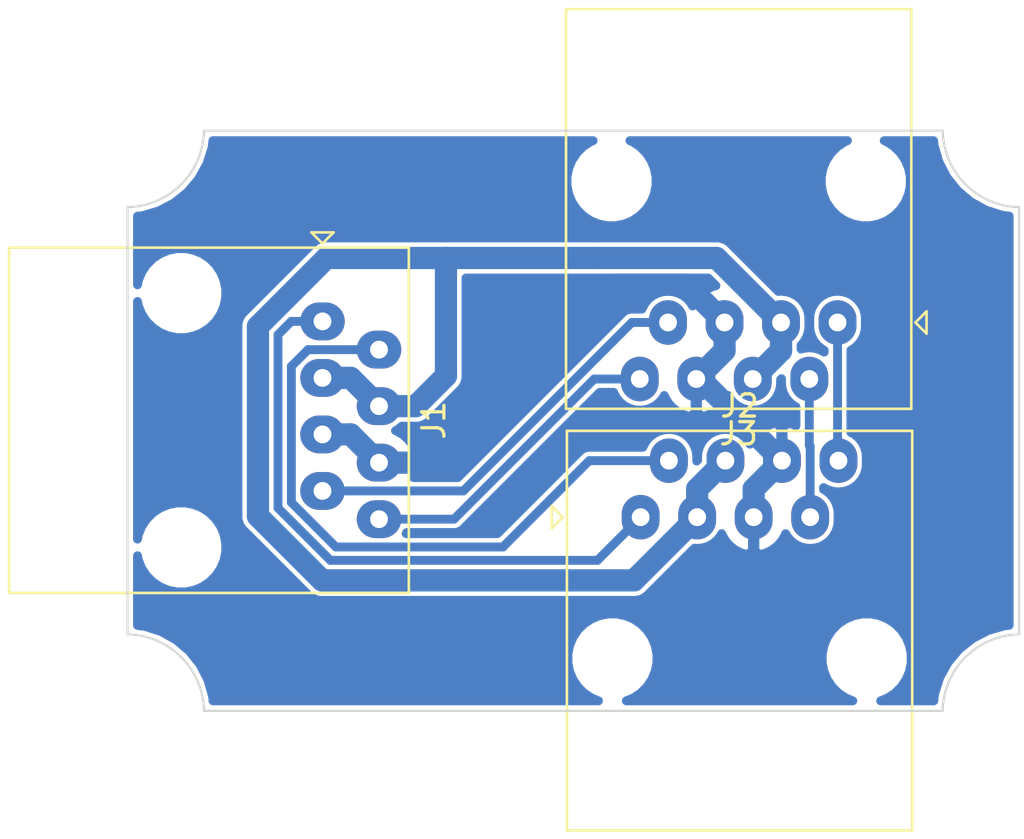
<source format=kicad_pcb>
(kicad_pcb (version 20171130) (host pcbnew 5.1.9)

  (general
    (thickness 1.6)
    (drawings 8)
    (tracks 54)
    (zones 0)
    (modules 3)
    (nets 9)
  )

  (page A4)
  (layers
    (0 F.Cu signal)
    (1 In1.Cu signal)
    (2 In2.Cu signal)
    (31 B.Cu signal)
    (32 B.Adhes user)
    (33 F.Adhes user)
    (34 B.Paste user)
    (35 F.Paste user)
    (36 B.SilkS user)
    (37 F.SilkS user)
    (38 B.Mask user)
    (39 F.Mask user)
    (40 Dwgs.User user)
    (41 Cmts.User user)
    (42 Eco1.User user)
    (43 Eco2.User user)
    (44 Edge.Cuts user)
    (45 Margin user)
    (46 B.CrtYd user)
    (47 F.CrtYd user)
    (48 B.Fab user)
    (49 F.Fab user)
  )

  (setup
    (last_trace_width 1)
    (user_trace_width 0.6)
    (user_trace_width 0.8)
    (user_trace_width 1)
    (user_trace_width 1.5)
    (user_trace_width 2)
    (trace_clearance 0.2)
    (zone_clearance 0.508)
    (zone_45_only no)
    (trace_min 0.4)
    (via_size 1.6)
    (via_drill 0.6)
    (via_min_size 1.6)
    (via_min_drill 0.6)
    (uvia_size 0.3)
    (uvia_drill 0.1)
    (uvias_allowed no)
    (uvia_min_size 0.2)
    (uvia_min_drill 0.1)
    (edge_width 0.05)
    (segment_width 0.2)
    (pcb_text_width 0.3)
    (pcb_text_size 1.5 1.5)
    (mod_edge_width 0.12)
    (mod_text_size 1 1)
    (mod_text_width 0.15)
    (pad_size 1.7 2)
    (pad_drill 0.8)
    (pad_to_mask_clearance 0)
    (aux_axis_origin 0 0)
    (visible_elements FFFFFF7F)
    (pcbplotparams
      (layerselection 0x010fc_ffffffff)
      (usegerberextensions false)
      (usegerberattributes true)
      (usegerberadvancedattributes true)
      (creategerberjobfile true)
      (excludeedgelayer true)
      (linewidth 0.100000)
      (plotframeref false)
      (viasonmask false)
      (mode 1)
      (useauxorigin false)
      (hpglpennumber 1)
      (hpglpenspeed 20)
      (hpglpendiameter 15.000000)
      (psnegative false)
      (psa4output false)
      (plotreference true)
      (plotvalue true)
      (plotinvisibletext false)
      (padsonsilk false)
      (subtractmaskfromsilk false)
      (outputformat 1)
      (mirror false)
      (drillshape 1)
      (scaleselection 1)
      (outputdirectory ""))
  )

  (net 0 "")
  (net 1 "Net-(J1-Pad1)")
  (net 2 "Net-(J1-Pad2)")
  (net 3 "Net-(J1-Pad7)")
  (net 4 "Net-(J1-Pad8)")
  (net 5 "Net-(J2-Pad7)")
  (net 6 "Net-(J2-Pad8)")
  (net 7 /+12V)
  (net 8 /GND)

  (net_class Default "This is the default net class."
    (clearance 0.2)
    (trace_width 0.4)
    (via_dia 1.6)
    (via_drill 0.6)
    (uvia_dia 0.3)
    (uvia_drill 0.1)
    (diff_pair_width 0.6)
    (diff_pair_gap 0.6)
    (add_net /+12V)
    (add_net /GND)
    (add_net "Net-(J1-Pad1)")
    (add_net "Net-(J1-Pad2)")
    (add_net "Net-(J1-Pad7)")
    (add_net "Net-(J1-Pad8)")
    (add_net "Net-(J2-Pad7)")
    (add_net "Net-(J2-Pad8)")
  )

  (module Connector_RJ:RJ45_Amphenol_54602-x08_Horizontal (layer F.Cu) (tedit 607C4704) (tstamp 607C4E20)
    (at 137.65 106.6 270)
    (descr "8 Pol Shallow Latch Connector, Modjack, RJ45 (https://cdn.amphenol-icc.com/media/wysiwyg/files/drawing/c-bmj-0102.pdf)")
    (tags RJ45)
    (path /607C9BAE)
    (fp_text reference J1 (at 4.445 -5 90) (layer F.SilkS)
      (effects (font (size 1 1) (thickness 0.15)))
    )
    (fp_text value RJ45 (at 4.445 4 90) (layer F.Fab)
      (effects (font (size 1 1) (thickness 0.15)))
    )
    (fp_line (start 12.6 14.47) (end -3.71 14.47) (layer F.CrtYd) (width 0.05))
    (fp_line (start 12.6 14.47) (end 12.6 -4.27) (layer F.CrtYd) (width 0.05))
    (fp_line (start -3.71 -4.27) (end -3.71 14.47) (layer F.CrtYd) (width 0.05))
    (fp_line (start -3.71 -4.27) (end 12.6 -4.27) (layer F.CrtYd) (width 0.05))
    (fp_line (start -3.315 -3.88) (end -3.315 14.08) (layer F.SilkS) (width 0.12))
    (fp_line (start 12.205 -3.88) (end -3.315 -3.88) (layer F.SilkS) (width 0.12))
    (fp_line (start 12.205 -3.88) (end 12.205 14.08) (layer F.SilkS) (width 0.12))
    (fp_line (start -3.315 14.08) (end 12.205 14.08) (layer F.SilkS) (width 0.12))
    (fp_line (start -3.205 -2.77) (end -2.205 -3.77) (layer F.Fab) (width 0.12))
    (fp_line (start -2.205 -3.77) (end 12.095 -3.77) (layer F.Fab) (width 0.12))
    (fp_line (start 12.095 -3.77) (end 12.095 13.97) (layer F.Fab) (width 0.12))
    (fp_line (start 12.095 13.97) (end -3.205 13.97) (layer F.Fab) (width 0.12))
    (fp_line (start -3.205 13.97) (end -3.205 -2.77) (layer F.Fab) (width 0.12))
    (fp_line (start -3.5 0) (end -4 -0.5) (layer F.SilkS) (width 0.12))
    (fp_line (start -4 -0.5) (end -4 0.5) (layer F.SilkS) (width 0.12))
    (fp_line (start -4 0.5) (end -3.5 0) (layer F.SilkS) (width 0.12))
    (fp_text user %R (at 4.445 2 90) (layer F.Fab)
      (effects (font (size 1 1) (thickness 0.15)))
    )
    (pad "" np_thru_hole circle (at 10.16 6.35 270) (size 3.2 3.2) (drill 3.2) (layers *.Cu *.Mask))
    (pad "" np_thru_hole circle (at -1.27 6.35 270) (size 3.2 3.2) (drill 3.2) (layers *.Cu *.Mask))
    (pad 1 thru_hole oval (at 0 0 270) (size 1.7 2) (drill 0.8) (layers *.Cu *.Mask)
      (net 1 "Net-(J1-Pad1)"))
    (pad 2 thru_hole oval (at 1.27 -2.54 270) (size 1.7 2) (drill 0.8) (layers *.Cu *.Mask)
      (net 2 "Net-(J1-Pad2)"))
    (pad 3 thru_hole oval (at 2.54 0 270) (size 1.7 2) (drill 0.8) (layers *.Cu *.Mask)
      (net 7 /+12V))
    (pad 4 thru_hole oval (at 3.81 -2.54 270) (size 1.7 2) (drill 0.8) (layers *.Cu *.Mask)
      (net 7 /+12V))
    (pad 5 thru_hole oval (at 5.08 0 270) (size 1.7 2) (drill 0.8) (layers *.Cu *.Mask)
      (net 8 /GND))
    (pad 6 thru_hole oval (at 6.35 -2.54 270) (size 1.7 2) (drill 0.8) (layers *.Cu *.Mask)
      (net 8 /GND))
    (pad 7 thru_hole oval (at 7.62 0 270) (size 1.7 2) (drill 0.8) (layers *.Cu *.Mask)
      (net 3 "Net-(J1-Pad7)"))
    (pad 8 thru_hole oval (at 8.89 -2.54 270) (size 1.7 2) (drill 0.8) (layers *.Cu *.Mask)
      (net 4 "Net-(J1-Pad8)"))
    (model ${KISYS3DMOD}/Connector_RJ.3dshapes/RJ45_Amphenol_54602-x08_Horizontal.wrl
      (at (xyz 0 0 0))
      (scale (xyz 1 1 1))
      (rotate (xyz 0 0 0))
    )
  )

  (module Connector_RJ:RJ45_Amphenol_54602-x08_Horizontal (layer F.Cu) (tedit 5B103613) (tstamp 607C44CA)
    (at 151.95 115.4)
    (descr "8 Pol Shallow Latch Connector, Modjack, RJ45 (https://cdn.amphenol-icc.com/media/wysiwyg/files/drawing/c-bmj-0102.pdf)")
    (tags RJ45)
    (path /607CBB1B)
    (fp_text reference J2 (at 4.445 -5) (layer F.SilkS)
      (effects (font (size 1 1) (thickness 0.15)))
    )
    (fp_text value RJ45 (at 4.445 4) (layer F.Fab)
      (effects (font (size 1 1) (thickness 0.15)))
    )
    (fp_line (start 12.6 14.47) (end -3.71 14.47) (layer F.CrtYd) (width 0.05))
    (fp_line (start 12.6 14.47) (end 12.6 -4.27) (layer F.CrtYd) (width 0.05))
    (fp_line (start -3.71 -4.27) (end -3.71 14.47) (layer F.CrtYd) (width 0.05))
    (fp_line (start -3.71 -4.27) (end 12.6 -4.27) (layer F.CrtYd) (width 0.05))
    (fp_line (start -3.315 -3.88) (end -3.315 14.08) (layer F.SilkS) (width 0.12))
    (fp_line (start 12.205 -3.88) (end -3.315 -3.88) (layer F.SilkS) (width 0.12))
    (fp_line (start 12.205 -3.88) (end 12.205 14.08) (layer F.SilkS) (width 0.12))
    (fp_line (start -3.315 14.08) (end 12.205 14.08) (layer F.SilkS) (width 0.12))
    (fp_line (start -3.205 -2.77) (end -2.205 -3.77) (layer F.Fab) (width 0.12))
    (fp_line (start -2.205 -3.77) (end 12.095 -3.77) (layer F.Fab) (width 0.12))
    (fp_line (start 12.095 -3.77) (end 12.095 13.97) (layer F.Fab) (width 0.12))
    (fp_line (start 12.095 13.97) (end -3.205 13.97) (layer F.Fab) (width 0.12))
    (fp_line (start -3.205 13.97) (end -3.205 -2.77) (layer F.Fab) (width 0.12))
    (fp_line (start -3.5 0) (end -4 -0.5) (layer F.SilkS) (width 0.12))
    (fp_line (start -4 -0.5) (end -4 0.5) (layer F.SilkS) (width 0.12))
    (fp_line (start -4 0.5) (end -3.5 0) (layer F.SilkS) (width 0.12))
    (fp_text user %R (at 4.445 2) (layer F.Fab)
      (effects (font (size 1 1) (thickness 0.15)))
    )
    (pad "" np_thru_hole circle (at 10.16 6.35) (size 3.2 3.2) (drill 3.2) (layers *.Cu *.Mask))
    (pad "" np_thru_hole circle (at -1.27 6.35) (size 3.2 3.2) (drill 3.2) (layers *.Cu *.Mask))
    (pad 1 thru_hole oval (at 0 0) (size 1.7 2) (drill 0.8) (layers *.Cu *.Mask)
      (net 1 "Net-(J1-Pad1)"))
    (pad 2 thru_hole oval (at 1.27 -2.54) (size 1.7 2) (drill 0.8) (layers *.Cu *.Mask)
      (net 2 "Net-(J1-Pad2)"))
    (pad 3 thru_hole oval (at 2.54 0) (size 1.7 2) (drill 0.8) (layers *.Cu *.Mask)
      (net 7 /+12V))
    (pad 4 thru_hole oval (at 3.81 -2.54) (size 1.7 2) (drill 0.8) (layers *.Cu *.Mask)
      (net 7 /+12V))
    (pad 5 thru_hole oval (at 5.08 0) (size 1.7 2) (drill 0.8) (layers *.Cu *.Mask)
      (net 8 /GND))
    (pad 6 thru_hole oval (at 6.35 -2.54) (size 1.7 2) (drill 0.8) (layers *.Cu *.Mask)
      (net 8 /GND))
    (pad 7 thru_hole oval (at 7.62 0) (size 1.7 2) (drill 0.8) (layers *.Cu *.Mask)
      (net 5 "Net-(J2-Pad7)"))
    (pad 8 thru_hole oval (at 8.89 -2.54) (size 1.7 2) (drill 0.8) (layers *.Cu *.Mask)
      (net 6 "Net-(J2-Pad8)"))
    (model ${KISYS3DMOD}/Connector_RJ.3dshapes/RJ45_Amphenol_54602-x08_Horizontal.wrl
      (at (xyz 0 0 0))
      (scale (xyz 1 1 1))
      (rotate (xyz 0 0 0))
    )
  )

  (module Connector_RJ:RJ45_Amphenol_54602-x08_Horizontal (layer F.Cu) (tedit 5B103613) (tstamp 607C2FEF)
    (at 160.8 106.65 180)
    (descr "8 Pol Shallow Latch Connector, Modjack, RJ45 (https://cdn.amphenol-icc.com/media/wysiwyg/files/drawing/c-bmj-0102.pdf)")
    (tags RJ45)
    (path /607C9BB5)
    (fp_text reference J3 (at 4.445 -5) (layer F.SilkS)
      (effects (font (size 1 1) (thickness 0.15)))
    )
    (fp_text value RJ45 (at 4.445 4) (layer F.Fab)
      (effects (font (size 1 1) (thickness 0.15)))
    )
    (fp_text user %R (at 4.445 2) (layer F.Fab)
      (effects (font (size 1 1) (thickness 0.15)))
    )
    (fp_line (start -4 0.5) (end -3.5 0) (layer F.SilkS) (width 0.12))
    (fp_line (start -4 -0.5) (end -4 0.5) (layer F.SilkS) (width 0.12))
    (fp_line (start -3.5 0) (end -4 -0.5) (layer F.SilkS) (width 0.12))
    (fp_line (start -3.205 13.97) (end -3.205 -2.77) (layer F.Fab) (width 0.12))
    (fp_line (start 12.095 13.97) (end -3.205 13.97) (layer F.Fab) (width 0.12))
    (fp_line (start 12.095 -3.77) (end 12.095 13.97) (layer F.Fab) (width 0.12))
    (fp_line (start -2.205 -3.77) (end 12.095 -3.77) (layer F.Fab) (width 0.12))
    (fp_line (start -3.205 -2.77) (end -2.205 -3.77) (layer F.Fab) (width 0.12))
    (fp_line (start -3.315 14.08) (end 12.205 14.08) (layer F.SilkS) (width 0.12))
    (fp_line (start 12.205 -3.88) (end 12.205 14.08) (layer F.SilkS) (width 0.12))
    (fp_line (start 12.205 -3.88) (end -3.315 -3.88) (layer F.SilkS) (width 0.12))
    (fp_line (start -3.315 -3.88) (end -3.315 14.08) (layer F.SilkS) (width 0.12))
    (fp_line (start -3.71 -4.27) (end 12.6 -4.27) (layer F.CrtYd) (width 0.05))
    (fp_line (start -3.71 -4.27) (end -3.71 14.47) (layer F.CrtYd) (width 0.05))
    (fp_line (start 12.6 14.47) (end 12.6 -4.27) (layer F.CrtYd) (width 0.05))
    (fp_line (start 12.6 14.47) (end -3.71 14.47) (layer F.CrtYd) (width 0.05))
    (pad 8 thru_hole oval (at 8.89 -2.54 180) (size 1.7 2) (drill 0.8) (layers *.Cu *.Mask)
      (net 4 "Net-(J1-Pad8)"))
    (pad 7 thru_hole oval (at 7.62 0 180) (size 1.7 2) (drill 0.8) (layers *.Cu *.Mask)
      (net 3 "Net-(J1-Pad7)"))
    (pad 6 thru_hole oval (at 6.35 -2.54 180) (size 1.7 2) (drill 0.8) (layers *.Cu *.Mask)
      (net 8 /GND))
    (pad 5 thru_hole oval (at 5.08 0 180) (size 1.7 2) (drill 0.8) (layers *.Cu *.Mask)
      (net 8 /GND))
    (pad 4 thru_hole oval (at 3.81 -2.54 180) (size 1.7 2) (drill 0.8) (layers *.Cu *.Mask)
      (net 7 /+12V))
    (pad 3 thru_hole oval (at 2.54 0 180) (size 1.7 2) (drill 0.8) (layers *.Cu *.Mask)
      (net 7 /+12V))
    (pad 2 thru_hole oval (at 1.27 -2.54 180) (size 1.7 2) (drill 0.8) (layers *.Cu *.Mask)
      (net 5 "Net-(J2-Pad7)"))
    (pad 1 thru_hole oval (at 0 0 180) (size 1.7 2) (drill 0.8) (layers *.Cu *.Mask)
      (net 6 "Net-(J2-Pad8)"))
    (pad "" np_thru_hole circle (at -1.27 6.35 180) (size 3.2 3.2) (drill 3.2) (layers *.Cu *.Mask))
    (pad "" np_thru_hole circle (at 10.16 6.35 180) (size 3.2 3.2) (drill 3.2) (layers *.Cu *.Mask))
    (model ${KISYS3DMOD}/Connector_RJ.3dshapes/RJ45_Amphenol_54602-x08_Horizontal.wrl
      (at (xyz 0 0 0))
      (scale (xyz 1 1 1))
      (rotate (xyz 0 0 0))
    )
  )

  (gr_arc (start 169.024046 124.16647) (end 168.963092 120.667) (angle -88.00426351) (layer Edge.Cuts) (width 0.1))
  (gr_arc (start 169.024046 97.966471) (end 165.524576 98.027424) (angle -88.00426351) (layer Edge.Cuts) (width 0.1))
  (gr_arc (start 128.824046 97.966471) (end 128.885 101.46594) (angle -88.00426351) (layer Edge.Cuts) (width 0.1))
  (gr_arc (start 128.824046 124.16647) (end 132.323516 124.105516) (angle -88.00426351) (layer Edge.Cuts) (width 0.1))
  (gr_line (start 168.963092 101.46594) (end 168.963092 120.667) (layer Edge.Cuts) (width 0.1))
  (gr_line (start 132.323516 98.027424) (end 165.524576 98.027424) (layer Edge.Cuts) (width 0.1))
  (gr_line (start 165.524576 124.105516) (end 132.323516 124.105516) (layer Edge.Cuts) (width 0.1))
  (gr_line (start 128.885 120.667) (end 128.885 101.46594) (layer Edge.Cuts) (width 0.1))

  (segment (start 150.00998 117.34002) (end 151.95 115.4) (width 0.4) (layer B.Cu) (net 1))
  (segment (start 138.003697 117.34002) (end 150.00998 117.34002) (width 0.4) (layer B.Cu) (net 1))
  (segment (start 135.649981 114.986304) (end 138.003697 117.34002) (width 0.4) (layer B.Cu) (net 1))
  (segment (start 135.64998 107.20002) (end 135.649981 114.986304) (width 0.4) (layer B.Cu) (net 1))
  (segment (start 136.25 106.6) (end 135.64998 107.20002) (width 0.4) (layer B.Cu) (net 1))
  (segment (start 137.65 106.6) (end 136.25 106.6) (width 0.4) (layer B.Cu) (net 1))
  (segment (start 138.252229 116.74001) (end 145.75999 116.74001) (width 0.4) (layer B.Cu) (net 2))
  (segment (start 136.24999 114.737771) (end 138.252229 116.74001) (width 0.4) (layer B.Cu) (net 2))
  (segment (start 136.24999 108.622229) (end 136.24999 114.737771) (width 0.4) (layer B.Cu) (net 2))
  (segment (start 140.19 107.87) (end 137.002219 107.87) (width 0.4) (layer B.Cu) (net 2))
  (segment (start 137.002219 107.87) (end 136.24999 108.622229) (width 0.4) (layer B.Cu) (net 2))
  (segment (start 149.64 112.86) (end 153.22 112.86) (width 0.4) (layer B.Cu) (net 2))
  (segment (start 145.75999 116.74001) (end 149.64 112.86) (width 0.4) (layer B.Cu) (net 2))
  (segment (start 138.92 109.14) (end 140.19 110.41) (width 1) (layer B.Cu) (net 7))
  (segment (start 137.65 109.14) (end 138.92 109.14) (width 1) (layer B.Cu) (net 7))
  (segment (start 158.26 107.92) (end 156.99 109.19) (width 1) (layer B.Cu) (net 7))
  (segment (start 158.26 106.65) (end 158.26 107.92) (width 1) (layer B.Cu) (net 7))
  (segment (start 154.49 114.13) (end 155.76 112.86) (width 1) (layer B.Cu) (net 7))
  (segment (start 154.49 115.4) (end 154.49 114.13) (width 1) (layer B.Cu) (net 7))
  (segment (start 155.35998 103.74998) (end 149.90002 103.74998) (width 1) (layer B.Cu) (net 7))
  (segment (start 158.26 106.65) (end 155.35998 103.74998) (width 1) (layer B.Cu) (net 7))
  (segment (start 138.92 111.68) (end 140.19 112.95) (width 1) (layer B.Cu) (net 8))
  (segment (start 137.65 111.68) (end 138.92 111.68) (width 1) (layer B.Cu) (net 8))
  (segment (start 155.72 107.92) (end 154.45 109.19) (width 1) (layer B.Cu) (net 8))
  (segment (start 155.72 106.65) (end 155.72 107.92) (width 1) (layer B.Cu) (net 8))
  (segment (start 157.03 114.13) (end 158.3 112.86) (width 1) (layer B.Cu) (net 8))
  (segment (start 157.03 115.4) (end 157.03 114.13) (width 1) (layer B.Cu) (net 8))
  (segment (start 154.01999 104.94999) (end 150.80001 104.94999) (width 1) (layer B.Cu) (net 8))
  (segment (start 155.72 106.65) (end 154.01999 104.94999) (width 1) (layer B.Cu) (net 8))
  (segment (start 142.8 112.95) (end 140.19 112.95) (width 1) (layer B.Cu) (net 8))
  (segment (start 150.80001 104.94999) (end 142.8 112.95) (width 1) (layer B.Cu) (net 8))
  (segment (start 154.63 109.19) (end 158.3 112.86) (width 1) (layer B.Cu) (net 8))
  (segment (start 154.45 109.19) (end 154.63 109.19) (width 1) (layer B.Cu) (net 8))
  (segment (start 143.981458 114.22) (end 137.65 114.22) (width 0.4) (layer B.Cu) (net 3))
  (segment (start 151.551458 106.65) (end 143.981458 114.22) (width 0.4) (layer B.Cu) (net 3))
  (segment (start 153.18 106.65) (end 151.551458 106.65) (width 0.4) (layer B.Cu) (net 3))
  (segment (start 151.91 109.19) (end 149.86 109.19) (width 0.4) (layer B.Cu) (net 4))
  (segment (start 143.56 115.49) (end 140.19 115.49) (width 0.4) (layer B.Cu) (net 4))
  (segment (start 149.86 109.19) (end 143.56 115.49) (width 0.4) (layer B.Cu) (net 4))
  (segment (start 159.57 112.212219) (end 159.57 115.4) (width 0.4) (layer B.Cu) (net 5))
  (segment (start 159.53 112.172219) (end 159.57 112.212219) (width 0.4) (layer B.Cu) (net 5))
  (segment (start 159.53 109.19) (end 159.53 112.172219) (width 0.4) (layer B.Cu) (net 5))
  (segment (start 160.8 112.82) (end 160.84 112.86) (width 0.4) (layer B.Cu) (net 6))
  (segment (start 160.8 106.65) (end 160.8 112.82) (width 0.4) (layer B.Cu) (net 6))
  (segment (start 154.49 115.4) (end 151.64997 118.24003) (width 1) (layer B.Cu) (net 7))
  (segment (start 134.749971 106.827223) (end 137.827214 103.74998) (width 1) (layer B.Cu) (net 7))
  (segment (start 134.749972 115.359099) (end 134.749971 106.827223) (width 1) (layer B.Cu) (net 7))
  (segment (start 137.6309 118.240029) (end 134.749972 115.359099) (width 1) (layer B.Cu) (net 7))
  (segment (start 151.64997 118.24003) (end 137.6309 118.240029) (width 1) (layer B.Cu) (net 7))
  (segment (start 140.19 110.41) (end 141.84 110.41) (width 1) (layer B.Cu) (net 7))
  (segment (start 143.19998 109.05002) (end 143.19998 103.74998) (width 1) (layer B.Cu) (net 7))
  (segment (start 141.84 110.41) (end 143.19998 109.05002) (width 1) (layer B.Cu) (net 7))
  (segment (start 137.827214 103.74998) (end 143.19998 103.74998) (width 1) (layer B.Cu) (net 7))
  (segment (start 143.19998 103.74998) (end 149.90002 103.74998) (width 1) (layer B.Cu) (net 7))

  (zone (net 8) (net_name /GND) (layer B.Cu) (tstamp 0) (hatch edge 0.508)
    (connect_pads (clearance 0.2))
    (min_thickness 0.4)
    (fill yes (arc_segments 32) (thermal_gap 0.508) (thermal_bridge_width 0.508))
    (polygon
      (pts
        (xy 169.2 97.9) (xy 169.2 124.5) (xy 128.8 124.5) (xy 128.8 97.8)
      )
    )
    (filled_polygon
      (pts
        (xy 149.692645 98.527623) (xy 149.365074 98.746499) (xy 149.086499 99.025074) (xy 148.867623 99.352645) (xy 148.716859 99.716622)
        (xy 148.64 100.103017) (xy 148.64 100.496983) (xy 148.716859 100.883378) (xy 148.867623 101.247355) (xy 149.086499 101.574926)
        (xy 149.365074 101.853501) (xy 149.692645 102.072377) (xy 150.056622 102.223141) (xy 150.443017 102.3) (xy 150.836983 102.3)
        (xy 151.223378 102.223141) (xy 151.587355 102.072377) (xy 151.914926 101.853501) (xy 152.193501 101.574926) (xy 152.412377 101.247355)
        (xy 152.563141 100.883378) (xy 152.64 100.496983) (xy 152.64 100.103017) (xy 152.563141 99.716622) (xy 152.412377 99.352645)
        (xy 152.193501 99.025074) (xy 151.914926 98.746499) (xy 151.587355 98.527623) (xy 151.466164 98.477424) (xy 161.243836 98.477424)
        (xy 161.122645 98.527623) (xy 160.795074 98.746499) (xy 160.516499 99.025074) (xy 160.297623 99.352645) (xy 160.146859 99.716622)
        (xy 160.07 100.103017) (xy 160.07 100.496983) (xy 160.146859 100.883378) (xy 160.297623 101.247355) (xy 160.516499 101.574926)
        (xy 160.795074 101.853501) (xy 161.122645 102.072377) (xy 161.486622 102.223141) (xy 161.873017 102.3) (xy 162.266983 102.3)
        (xy 162.653378 102.223141) (xy 163.017355 102.072377) (xy 163.344926 101.853501) (xy 163.623501 101.574926) (xy 163.842377 101.247355)
        (xy 163.993141 100.883378) (xy 164.07 100.496983) (xy 164.07 100.103017) (xy 163.993141 99.716622) (xy 163.842377 99.352645)
        (xy 163.623501 99.025074) (xy 163.344926 98.746499) (xy 163.017355 98.527623) (xy 162.896164 98.477424) (xy 165.11797 98.477424)
        (xy 165.136099 98.655904) (xy 165.143545 98.692833) (xy 165.149957 98.729945) (xy 165.151668 98.735991) (xy 165.342266 99.391942)
        (xy 165.357405 99.429788) (xy 165.372031 99.467887) (xy 165.374884 99.473485) (xy 165.68926 100.079922) (xy 165.71151 100.114182)
        (xy 165.73321 100.148638) (xy 165.737095 100.153576) (xy 166.163275 100.687402) (xy 166.191749 100.71668) (xy 166.219735 100.746273)
        (xy 166.2245 100.750357) (xy 166.224505 100.750362) (xy 166.22451 100.750366) (xy 166.746257 101.191242) (xy 166.779827 101.214398)
        (xy 166.813076 101.238026) (xy 166.81855 101.24111) (xy 167.415999 101.572252) (xy 167.453417 101.588442) (xy 167.490632 101.605166)
        (xy 167.496601 101.607128) (xy 168.146991 101.815919) (xy 168.186901 101.824546) (xy 168.226596 101.833709) (xy 168.232832 101.834475)
        (xy 168.513092 101.866892) (xy 168.513093 120.260394) (xy 168.334611 120.278524) (xy 168.297679 120.285971) (xy 168.260571 120.292382)
        (xy 168.254525 120.294092) (xy 167.598574 120.484691) (xy 167.560728 120.49983) (xy 167.522629 120.514456) (xy 167.517031 120.517309)
        (xy 166.910594 120.831685) (xy 166.876334 120.853935) (xy 166.841878 120.875635) (xy 166.83694 120.87952) (xy 166.303114 121.3057)
        (xy 166.273836 121.334174) (xy 166.244243 121.36216) (xy 166.240159 121.366925) (xy 166.240154 121.36693) (xy 166.24015 121.366935)
        (xy 165.799274 121.888682) (xy 165.776094 121.922286) (xy 165.75249 121.955502) (xy 165.749409 121.960971) (xy 165.749406 121.960975)
        (xy 165.749406 121.960976) (xy 165.418265 122.558424) (xy 165.402068 122.595857) (xy 165.385351 122.633057) (xy 165.383389 122.639026)
        (xy 165.174599 123.289415) (xy 165.165977 123.329298) (xy 165.156808 123.369021) (xy 165.156042 123.375257) (xy 165.123626 123.655516)
        (xy 162.735929 123.655516) (xy 163.057355 123.522377) (xy 163.384926 123.303501) (xy 163.663501 123.024926) (xy 163.882377 122.697355)
        (xy 164.033141 122.333378) (xy 164.11 121.946983) (xy 164.11 121.553017) (xy 164.033141 121.166622) (xy 163.882377 120.802645)
        (xy 163.663501 120.475074) (xy 163.384926 120.196499) (xy 163.057355 119.977623) (xy 162.693378 119.826859) (xy 162.306983 119.75)
        (xy 161.913017 119.75) (xy 161.526622 119.826859) (xy 161.162645 119.977623) (xy 160.835074 120.196499) (xy 160.556499 120.475074)
        (xy 160.337623 120.802645) (xy 160.186859 121.166622) (xy 160.11 121.553017) (xy 160.11 121.946983) (xy 160.186859 122.333378)
        (xy 160.337623 122.697355) (xy 160.556499 123.024926) (xy 160.835074 123.303501) (xy 161.162645 123.522377) (xy 161.484071 123.655516)
        (xy 151.305929 123.655516) (xy 151.627355 123.522377) (xy 151.954926 123.303501) (xy 152.233501 123.024926) (xy 152.452377 122.697355)
        (xy 152.603141 122.333378) (xy 152.68 121.946983) (xy 152.68 121.553017) (xy 152.603141 121.166622) (xy 152.452377 120.802645)
        (xy 152.233501 120.475074) (xy 151.954926 120.196499) (xy 151.627355 119.977623) (xy 151.263378 119.826859) (xy 150.876983 119.75)
        (xy 150.483017 119.75) (xy 150.096622 119.826859) (xy 149.732645 119.977623) (xy 149.405074 120.196499) (xy 149.126499 120.475074)
        (xy 148.907623 120.802645) (xy 148.756859 121.166622) (xy 148.68 121.553017) (xy 148.68 121.946983) (xy 148.756859 122.333378)
        (xy 148.907623 122.697355) (xy 149.126499 123.024926) (xy 149.405074 123.303501) (xy 149.732645 123.522377) (xy 150.054071 123.655516)
        (xy 132.730122 123.655516) (xy 132.711992 123.477035) (xy 132.704545 123.440103) (xy 132.698134 123.402995) (xy 132.696424 123.396949)
        (xy 132.505825 122.740998) (xy 132.490686 122.703152) (xy 132.47606 122.665053) (xy 132.473207 122.659455) (xy 132.158831 122.053018)
        (xy 132.136581 122.018758) (xy 132.114881 121.984302) (xy 132.110996 121.979364) (xy 131.684816 121.445538) (xy 131.656342 121.41626)
        (xy 131.628356 121.386667) (xy 131.623591 121.382583) (xy 131.623586 121.382578) (xy 131.623581 121.382574) (xy 131.101834 120.941698)
        (xy 131.06823 120.918518) (xy 131.035014 120.894914) (xy 131.029545 120.891833) (xy 131.029541 120.89183) (xy 131.029536 120.891828)
        (xy 130.432092 120.560689) (xy 130.394659 120.544492) (xy 130.357459 120.527775) (xy 130.35149 120.525813) (xy 129.701101 120.317023)
        (xy 129.661218 120.308401) (xy 129.621495 120.299232) (xy 129.615259 120.298466) (xy 129.335 120.26605) (xy 129.335 117.132939)
        (xy 129.376859 117.343378) (xy 129.527623 117.707355) (xy 129.746499 118.034926) (xy 130.025074 118.313501) (xy 130.352645 118.532377)
        (xy 130.716622 118.683141) (xy 131.103017 118.76) (xy 131.496983 118.76) (xy 131.883378 118.683141) (xy 132.247355 118.532377)
        (xy 132.574926 118.313501) (xy 132.853501 118.034926) (xy 133.072377 117.707355) (xy 133.223141 117.343378) (xy 133.3 116.956983)
        (xy 133.3 116.563017) (xy 133.223141 116.176622) (xy 133.072377 115.812645) (xy 132.853501 115.485074) (xy 132.574926 115.206499)
        (xy 132.247355 114.987623) (xy 131.883378 114.836859) (xy 131.496983 114.76) (xy 131.103017 114.76) (xy 130.716622 114.836859)
        (xy 130.352645 114.987623) (xy 130.025074 115.206499) (xy 129.746499 115.485074) (xy 129.527623 115.812645) (xy 129.376859 116.176622)
        (xy 129.335 116.387061) (xy 129.335 105.702939) (xy 129.376859 105.913378) (xy 129.527623 106.277355) (xy 129.746499 106.604926)
        (xy 130.025074 106.883501) (xy 130.352645 107.102377) (xy 130.716622 107.253141) (xy 131.103017 107.33) (xy 131.496983 107.33)
        (xy 131.883378 107.253141) (xy 132.247355 107.102377) (xy 132.574926 106.883501) (xy 132.631204 106.827223) (xy 133.845617 106.827223)
        (xy 133.849971 106.87143) (xy 133.849973 115.314882) (xy 133.845618 115.359099) (xy 133.862995 115.535529) (xy 133.914459 115.70518)
        (xy 133.979208 115.826317) (xy 133.99803 115.861531) (xy 134.110498 115.998574) (xy 134.144838 116.026756) (xy 136.963252 118.845173)
        (xy 136.991425 118.879503) (xy 137.025754 118.907676) (xy 137.025762 118.907684) (xy 137.128467 118.991971) (xy 137.284818 119.075542)
        (xy 137.454468 119.127006) (xy 137.630899 119.144383) (xy 137.675116 119.140028) (xy 151.605763 119.14003) (xy 151.64997 119.144384)
        (xy 151.694176 119.14003) (xy 151.694197 119.140028) (xy 151.8264 119.127007) (xy 151.826407 119.127005) (xy 151.99605 119.075544)
        (xy 152.152401 118.991973) (xy 152.152403 118.991971) (xy 152.255107 118.907685) (xy 152.255109 118.907683) (xy 152.289444 118.879505)
        (xy 152.317622 118.84517) (xy 154.368692 116.7941) (xy 154.49 116.806048) (xy 154.735043 116.781913) (xy 154.970669 116.710437)
        (xy 155.187823 116.594366) (xy 155.37816 116.43816) (xy 155.534366 116.247822) (xy 155.592056 116.139892) (xy 155.61126 116.19611)
        (xy 155.76457 116.460478) (xy 155.96651 116.689857) (xy 156.20932 116.875432) (xy 156.483668 117.010071) (xy 156.733086 117.079446)
        (xy 156.976 116.929944) (xy 156.976 115.454) (xy 156.956 115.454) (xy 156.956 115.346) (xy 156.976 115.346)
        (xy 156.976 115.326) (xy 157.084 115.326) (xy 157.084 115.346) (xy 157.104 115.346) (xy 157.104 115.454)
        (xy 157.084 115.454) (xy 157.084 116.929944) (xy 157.326914 117.079446) (xy 157.576332 117.010071) (xy 157.85068 116.875432)
        (xy 158.09349 116.689857) (xy 158.29543 116.460478) (xy 158.44874 116.19611) (xy 158.467944 116.139892) (xy 158.525635 116.247823)
        (xy 158.681841 116.43816) (xy 158.872178 116.594366) (xy 159.089332 116.710437) (xy 159.324958 116.781913) (xy 159.57 116.806048)
        (xy 159.815043 116.781913) (xy 160.050669 116.710437) (xy 160.267823 116.594366) (xy 160.45816 116.43816) (xy 160.614366 116.247822)
        (xy 160.730437 116.030668) (xy 160.801913 115.795042) (xy 160.82 115.611404) (xy 160.82 115.188595) (xy 160.801913 115.004957)
        (xy 160.730437 114.769331) (xy 160.614366 114.552177) (xy 160.45816 114.36184) (xy 160.267822 114.205634) (xy 160.17 114.153347)
        (xy 160.17 114.069237) (xy 160.359332 114.170437) (xy 160.594958 114.241913) (xy 160.84 114.266048) (xy 161.085043 114.241913)
        (xy 161.320669 114.170437) (xy 161.537823 114.054366) (xy 161.72816 113.89816) (xy 161.884366 113.707822) (xy 162.000437 113.490668)
        (xy 162.071913 113.255042) (xy 162.09 113.071404) (xy 162.09 112.648595) (xy 162.071913 112.464957) (xy 162.000437 112.229331)
        (xy 161.884366 112.012177) (xy 161.72816 111.82184) (xy 161.537822 111.665634) (xy 161.4 111.591967) (xy 161.4 107.896653)
        (xy 161.497822 107.844366) (xy 161.68816 107.68816) (xy 161.844366 107.497823) (xy 161.960437 107.280669) (xy 162.031913 107.045043)
        (xy 162.05 106.861405) (xy 162.05 106.438596) (xy 162.031913 106.254958) (xy 161.960437 106.019332) (xy 161.844366 105.802178)
        (xy 161.68816 105.61184) (xy 161.497823 105.455634) (xy 161.280669 105.339563) (xy 161.045043 105.268087) (xy 160.8 105.243952)
        (xy 160.554958 105.268087) (xy 160.319332 105.339563) (xy 160.102178 105.455634) (xy 159.911841 105.61184) (xy 159.755635 105.802177)
        (xy 159.639563 106.019331) (xy 159.568087 106.254957) (xy 159.55 106.438595) (xy 159.55 106.861404) (xy 159.568087 107.045042)
        (xy 159.639563 107.280668) (xy 159.755634 107.497822) (xy 159.91184 107.68816) (xy 160.102177 107.844366) (xy 160.2 107.896653)
        (xy 160.2 107.980762) (xy 160.010669 107.879563) (xy 159.775043 107.808087) (xy 159.53 107.783952) (xy 159.284958 107.808087)
        (xy 159.16 107.845992) (xy 159.16 107.673733) (xy 159.304366 107.497823) (xy 159.420437 107.280669) (xy 159.491913 107.045043)
        (xy 159.51 106.861405) (xy 159.51 106.438596) (xy 159.491913 106.254958) (xy 159.420437 106.019332) (xy 159.304366 105.802178)
        (xy 159.14816 105.61184) (xy 158.957823 105.455634) (xy 158.740669 105.339563) (xy 158.505043 105.268087) (xy 158.26 105.243952)
        (xy 158.138692 105.2559) (xy 156.027637 103.144845) (xy 155.999455 103.110505) (xy 155.862412 102.998037) (xy 155.706061 102.914466)
        (xy 155.536411 102.863003) (xy 155.404187 102.84998) (xy 155.404186 102.84998) (xy 155.35998 102.845626) (xy 155.315774 102.84998)
        (xy 143.244187 102.84998) (xy 143.19998 102.845626) (xy 143.155774 102.84998) (xy 137.871421 102.84998) (xy 137.827214 102.845626)
        (xy 137.783007 102.84998) (xy 137.650783 102.863003) (xy 137.481133 102.914466) (xy 137.324782 102.998037) (xy 137.187739 103.110505)
        (xy 137.159557 103.144845) (xy 134.144831 106.159571) (xy 134.110496 106.187749) (xy 134.082318 106.222084) (xy 134.082316 106.222086)
        (xy 134.05534 106.254957) (xy 133.998028 106.324792) (xy 133.914457 106.481143) (xy 133.872175 106.620527) (xy 133.862994 106.650793)
        (xy 133.845617 106.827223) (xy 132.631204 106.827223) (xy 132.853501 106.604926) (xy 133.072377 106.277355) (xy 133.223141 105.913378)
        (xy 133.3 105.526983) (xy 133.3 105.133017) (xy 133.223141 104.746622) (xy 133.072377 104.382645) (xy 132.853501 104.055074)
        (xy 132.574926 103.776499) (xy 132.247355 103.557623) (xy 131.883378 103.406859) (xy 131.496983 103.33) (xy 131.103017 103.33)
        (xy 130.716622 103.406859) (xy 130.352645 103.557623) (xy 130.025074 103.776499) (xy 129.746499 104.055074) (xy 129.527623 104.382645)
        (xy 129.376859 104.746622) (xy 129.335 104.957061) (xy 129.335 101.872546) (xy 129.513481 101.854416) (xy 129.550409 101.84697)
        (xy 129.587522 101.840558) (xy 129.593567 101.838847) (xy 130.249518 101.648249) (xy 130.2874 101.633095) (xy 130.325461 101.618484)
        (xy 130.33106 101.615631) (xy 130.937498 101.301255) (xy 130.971726 101.279025) (xy 131.006215 101.257305) (xy 131.011152 101.25342)
        (xy 131.544977 100.82724) (xy 131.574238 100.798783) (xy 131.603848 100.77078) (xy 131.607937 100.766009) (xy 132.048817 100.244259)
        (xy 132.071997 100.210655) (xy 132.095601 100.177439) (xy 132.098682 100.17197) (xy 132.098685 100.171966) (xy 132.098687 100.171961)
        (xy 132.429826 99.574517) (xy 132.446016 99.537099) (xy 132.46274 99.499884) (xy 132.464702 99.493915) (xy 132.673493 98.843525)
        (xy 132.68212 98.803615) (xy 132.691283 98.76392) (xy 132.692049 98.757684) (xy 132.724466 98.477424) (xy 149.813836 98.477424)
      )
    )
    (filled_polygon
      (pts
        (xy 154.504 109.136) (xy 154.524 109.136) (xy 154.524 109.244) (xy 154.504 109.244) (xy 154.504 110.719944)
        (xy 154.746914 110.869446) (xy 154.996332 110.800071) (xy 155.27068 110.665432) (xy 155.51349 110.479857) (xy 155.71543 110.250478)
        (xy 155.86874 109.98611) (xy 155.887944 109.929892) (xy 155.945634 110.037822) (xy 156.10184 110.22816) (xy 156.292177 110.384366)
        (xy 156.509331 110.500437) (xy 156.744957 110.571913) (xy 156.99 110.596048) (xy 157.235042 110.571913) (xy 157.470668 110.500437)
        (xy 157.687822 110.384366) (xy 157.87816 110.22816) (xy 158.034366 110.037823) (xy 158.150437 109.820669) (xy 158.221913 109.585043)
        (xy 158.24 109.401405) (xy 158.24 109.212792) (xy 158.28 109.172793) (xy 158.28 109.401404) (xy 158.298087 109.585042)
        (xy 158.369563 109.820668) (xy 158.485634 110.037822) (xy 158.64184 110.22816) (xy 158.832177 110.384366) (xy 158.93 110.436654)
        (xy 158.930001 111.29099) (xy 158.846332 111.249929) (xy 158.596914 111.180554) (xy 158.354 111.330056) (xy 158.354 112.806)
        (xy 158.374 112.806) (xy 158.374 112.914) (xy 158.354 112.914) (xy 158.354 112.934) (xy 158.246 112.934)
        (xy 158.246 112.914) (xy 158.226 112.914) (xy 158.226 112.806) (xy 158.246 112.806) (xy 158.246 111.330056)
        (xy 158.003086 111.180554) (xy 157.753668 111.249929) (xy 157.47932 111.384568) (xy 157.23651 111.570143) (xy 157.03457 111.799522)
        (xy 156.88126 112.06389) (xy 156.862056 112.120108) (xy 156.804366 112.012177) (xy 156.64816 111.82184) (xy 156.457822 111.665634)
        (xy 156.240668 111.549563) (xy 156.005042 111.478087) (xy 155.76 111.453952) (xy 155.514957 111.478087) (xy 155.279331 111.549563)
        (xy 155.062177 111.665634) (xy 154.87184 111.82184) (xy 154.715634 112.012178) (xy 154.599563 112.229332) (xy 154.528087 112.464958)
        (xy 154.51 112.648596) (xy 154.51 112.837207) (xy 154.47 112.877208) (xy 154.47 112.648595) (xy 154.451913 112.464957)
        (xy 154.380437 112.229331) (xy 154.264366 112.012177) (xy 154.10816 111.82184) (xy 153.917822 111.665634) (xy 153.700668 111.549563)
        (xy 153.465042 111.478087) (xy 153.22 111.453952) (xy 152.974957 111.478087) (xy 152.739331 111.549563) (xy 152.522177 111.665634)
        (xy 152.33184 111.82184) (xy 152.175634 112.012178) (xy 152.059563 112.229332) (xy 152.05026 112.26) (xy 149.669474 112.26)
        (xy 149.64 112.257097) (xy 149.610526 112.26) (xy 149.522379 112.268682) (xy 149.409279 112.30299) (xy 149.305045 112.358704)
        (xy 149.213683 112.433683) (xy 149.194894 112.456578) (xy 145.511463 116.14001) (xy 141.409923 116.14001) (xy 141.436653 116.09)
        (xy 143.530526 116.09) (xy 143.56 116.092903) (xy 143.589474 116.09) (xy 143.677621 116.081318) (xy 143.790721 116.04701)
        (xy 143.894955 115.991296) (xy 143.986317 115.916317) (xy 144.005113 115.893414) (xy 150.108529 109.79) (xy 150.74026 109.79)
        (xy 150.749563 109.820668) (xy 150.865634 110.037822) (xy 151.02184 110.22816) (xy 151.212177 110.384366) (xy 151.429331 110.500437)
        (xy 151.664957 110.571913) (xy 151.91 110.596048) (xy 152.155042 110.571913) (xy 152.390668 110.500437) (xy 152.607822 110.384366)
        (xy 152.79816 110.22816) (xy 152.954366 110.037823) (xy 153.012056 109.929892) (xy 153.03126 109.98611) (xy 153.18457 110.250478)
        (xy 153.38651 110.479857) (xy 153.62932 110.665432) (xy 153.903668 110.800071) (xy 154.153086 110.869446) (xy 154.396 110.719944)
        (xy 154.396 109.244) (xy 154.376 109.244) (xy 154.376 109.136) (xy 154.396 109.136) (xy 154.396 109.116)
        (xy 154.504 109.116)
      )
    )
    (filled_polygon
      (pts
        (xy 155.332859 104.995651) (xy 155.173668 105.039929) (xy 154.89932 105.174568) (xy 154.65651 105.360143) (xy 154.45457 105.589522)
        (xy 154.30126 105.85389) (xy 154.282056 105.910108) (xy 154.224366 105.802178) (xy 154.06816 105.61184) (xy 153.877823 105.455634)
        (xy 153.660669 105.339563) (xy 153.425043 105.268087) (xy 153.18 105.243952) (xy 152.934958 105.268087) (xy 152.699332 105.339563)
        (xy 152.482178 105.455634) (xy 152.291841 105.61184) (xy 152.135635 105.802177) (xy 152.019563 106.019331) (xy 152.01026 106.05)
        (xy 151.580932 106.05) (xy 151.551458 106.047097) (xy 151.521984 106.05) (xy 151.433837 106.058682) (xy 151.320737 106.09299)
        (xy 151.216503 106.148704) (xy 151.125141 106.223683) (xy 151.106349 106.246581) (xy 143.732931 113.62) (xy 141.73938 113.62)
        (xy 141.800071 113.496332) (xy 141.869446 113.246914) (xy 141.719944 113.004) (xy 140.244 113.004) (xy 140.244 113.024)
        (xy 140.136 113.024) (xy 140.136 113.004) (xy 140.116 113.004) (xy 140.116 112.896) (xy 140.136 112.896)
        (xy 140.136 112.876) (xy 140.244 112.876) (xy 140.244 112.896) (xy 141.719944 112.896) (xy 141.869446 112.653086)
        (xy 141.800071 112.403668) (xy 141.665432 112.12932) (xy 141.479857 111.88651) (xy 141.250478 111.68457) (xy 140.98611 111.53126)
        (xy 140.929892 111.512056) (xy 141.037823 111.454366) (xy 141.213733 111.31) (xy 141.795794 111.31) (xy 141.84 111.314354)
        (xy 141.884206 111.31) (xy 141.884207 111.31) (xy 142.016431 111.296977) (xy 142.186081 111.245514) (xy 142.342432 111.161943)
        (xy 142.479475 111.049475) (xy 142.507657 111.015135) (xy 143.805121 109.717672) (xy 143.839455 109.689495) (xy 143.87808 109.642431)
        (xy 143.951922 109.552453) (xy 143.951923 109.552452) (xy 144.035494 109.396101) (xy 144.086957 109.226451) (xy 144.09998 109.094227)
        (xy 144.09998 109.094225) (xy 144.104334 109.050021) (xy 144.09998 109.005817) (xy 144.09998 104.64998) (xy 154.987188 104.64998)
      )
    )
    (filled_polygon
      (pts
        (xy 137.704 111.626) (xy 137.724 111.626) (xy 137.724 111.734) (xy 137.704 111.734) (xy 137.704 111.754)
        (xy 137.596 111.754) (xy 137.596 111.734) (xy 137.576 111.734) (xy 137.576 111.626) (xy 137.596 111.626)
        (xy 137.596 111.606) (xy 137.704 111.606)
      )
    )
    (filled_polygon
      (pts
        (xy 155.774 106.596) (xy 155.794 106.596) (xy 155.794 106.704) (xy 155.774 106.704) (xy 155.774 106.724)
        (xy 155.666 106.724) (xy 155.666 106.704) (xy 155.646 106.704) (xy 155.646 106.596) (xy 155.666 106.596)
        (xy 155.666 106.576) (xy 155.774 106.576)
      )
    )
  )
)

</source>
